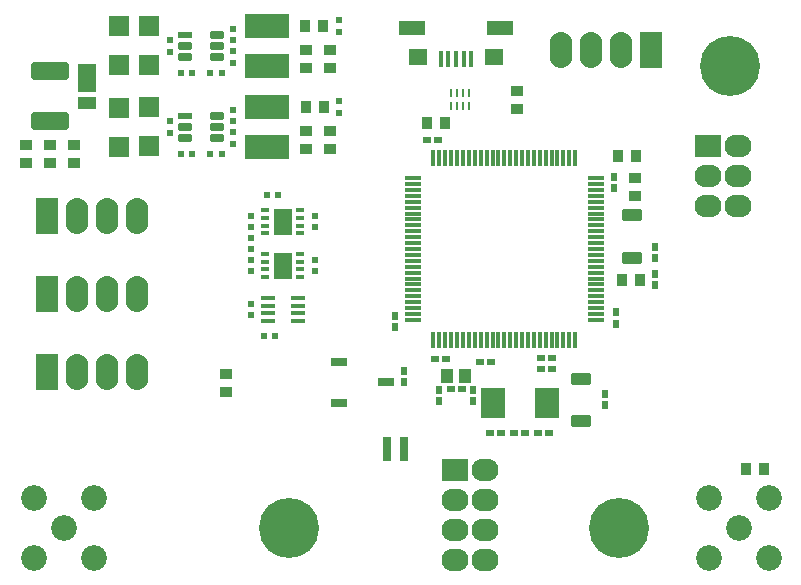
<source format=gts>
G04 ================== begin FILE IDENTIFICATION RECORD ==================*
G04 Layout Name:  C:/Users/adamf/Desktop/TDP4/PCB_fix_silkscreen/datalogger.brd*
G04 Film Name:    TOP_SOLDERMASK*
G04 File Format:  Gerber RS274X*
G04 File Origin:  Cadence Allegro -unreleased*
G04 Origin Date:  Tue Mar 23 19:20:18 2021*
G04 *
G04 Layer:  VIA CLASS/SOLDERMASK_TOP*
G04 Layer:  PIN/SOLDERMASK_TOP*
G04 Layer:  DRC ERROR CLASS/SOLDERMASK_TOP*
G04 *
G04 Offset:    (0.00 0.00)*
G04 Mirror:    No*
G04 Mode:      Positive*
G04 Rotation:  0*
G04 FullContactRelief:  No*
G04 UndefLineWidth:     6.00*
G04 ================== end FILE IDENTIFICATION RECORD ====================*
%FSLAX25Y25*MOIN*%
%IR0*IPPOS*OFA0.00000B0.00000*MIA0B0*SFA1.00000B1.00000*%
%AMMACRO14*
4,1,40,.06299,-.01969,
.06299,.01969,
.062841,.021399,
.062397,.023055,
.061672,.02461,
.060688,.026015,
.059475,.027228,
.05807,.028212,
.056515,.028937,
.054859,.029381,
.05315,.02953,
-.05315,.02953,
-.054859,.029381,
-.056515,.028937,
-.05807,.028212,
-.059475,.027228,
-.060688,.026015,
-.061672,.02461,
-.062397,.023055,
-.062841,.021399,
-.06299,.01969,
-.06299,-.01969,
-.062841,-.021399,
-.062397,-.023055,
-.061672,-.02461,
-.060688,-.026015,
-.059475,-.027228,
-.05807,-.028212,
-.056515,-.028937,
-.054859,-.029381,
-.05315,-.02953,
.05315,-.02953,
.054859,-.029381,
.056515,-.028937,
.05807,-.028212,
.059475,-.027228,
.060688,-.026015,
.061672,-.02461,
.062397,-.023055,
.062841,-.021399,
.06299,-.01969,
0.0*
%
%ADD14MACRO14*%
%AMMACRO48*
4,1,44,-.03346,.00984,
-.03346,-.00984,
-.033316,-.011549,
-.032873,-.013206,
-.032149,-.014761,
-.031166,-.016166,
-.029954,-.01738,
-.028549,-.018364,
-.026995,-.01909,
-.025339,-.019535,
-.02363,-.019685,
-.02362,-.01968,
.02362,-.01968,
.025329,-.019536,
.026986,-.019093,
.028541,-.018369,
.029946,-.017386,
.03116,-.016174,
.032144,-.014769,
.03287,-.013215,
.033315,-.011559,
.033465,-.00985,
.03346,-.00984,
.03346,.00984,
.033316,.011549,
.032873,.013206,
.032149,.014761,
.031166,.016166,
.029954,.01738,
.028549,.018364,
.026995,.01909,
.025339,.019535,
.02363,.019685,
.02362,.01968,
-.02362,.01968,
-.025329,.019536,
-.026986,.019093,
-.028541,.018369,
-.029946,.017386,
-.03116,.016174,
-.032144,.014769,
-.03287,.013215,
-.033315,.011559,
-.033465,.00985,
-.03346,.00984,
0.0*
%
%ADD48MACRO48*%
%ADD12O,.075X.12*%
%ADD13R,.075X.12*%
%AMMACRO28*
4,1,44,-.00531,-.01141,
.00531,-.01141,
.006199,-.011338,
.007061,-.011108,
.007871,-.010732,
.008602,-.01022,
.009234,-.00959,
.009747,-.008859,
.010125,-.008051,
.010356,-.007189,
.010435,-.0063,
.01043,-.00629,
.01043,.00629,
.010358,.007179,
.010128,.008041,
.009752,.008851,
.00924,.009582,
.00861,.010214,
.007879,.010727,
.007071,.011105,
.006209,.011336,
.00532,.011415,
.00531,.01141,
-.00531,.01141,
-.006199,.011338,
-.007061,.011108,
-.007871,.010732,
-.008602,.01022,
-.009234,.00959,
-.009747,.008859,
-.010125,.008051,
-.010356,.007189,
-.010435,.0063,
-.01043,.00629,
-.01043,-.00629,
-.010358,-.007179,
-.010128,-.008041,
-.009752,-.008851,
-.00924,-.009582,
-.00861,-.010214,
-.007879,-.010727,
-.007071,-.011105,
-.006209,-.011336,
-.00532,-.011415,
-.00531,-.01141,
0.0*
%
%ADD28MACRO28*%
%AMMACRO18*
4,1,44,.01141,-.00531,
.01141,.00531,
.011338,.006199,
.011108,.007061,
.010732,.007871,
.01022,.008602,
.00959,.009234,
.008859,.009747,
.008051,.010125,
.007189,.010356,
.0063,.010435,
.00629,.01043,
-.00629,.01043,
-.007179,.010358,
-.008041,.010128,
-.008851,.009752,
-.009582,.00924,
-.010214,.00861,
-.010727,.007879,
-.011105,.007071,
-.011336,.006209,
-.011415,.00532,
-.01141,.00531,
-.01141,-.00531,
-.011338,-.006199,
-.011108,-.007061,
-.010732,-.007871,
-.01022,-.008602,
-.00959,-.009234,
-.008859,-.009747,
-.008051,-.010125,
-.007189,-.010356,
-.0063,-.010435,
-.00629,-.01043,
.00629,-.01043,
.007179,-.010358,
.008041,-.010128,
.008851,-.009752,
.009582,-.00924,
.010214,-.00861,
.010727,-.007879,
.011105,-.007071,
.011336,-.006209,
.011415,-.00532,
.01141,-.00531,
0.0*
%
%ADD18MACRO18*%
%AMMACRO21*
4,1,40,-.01771,-.01181,
.01771,-.01181,
.018736,-.01172,
.019731,-.011454,
.020665,-.011018,
.021509,-.010427,
.022237,-.009699,
.022828,-.008855,
.023264,-.007921,
.02353,-.006926,
.02362,-.0059,
.02362,.0059,
.02353,.006926,
.023264,.007921,
.022828,.008855,
.022237,.009699,
.021509,.010427,
.020665,.011018,
.019731,.011454,
.018736,.01172,
.01771,.01181,
-.01771,.01181,
-.018736,.01172,
-.019731,.011454,
-.020665,.011018,
-.021509,.010427,
-.022237,.009699,
-.022828,.008855,
-.023264,.007921,
-.02353,.006926,
-.02362,.0059,
-.02362,-.0059,
-.02353,-.006926,
-.023264,-.007921,
-.022828,-.008855,
-.022237,-.009699,
-.021509,-.010427,
-.020665,-.011018,
-.019731,-.011454,
-.018736,-.01172,
-.01771,-.01181,
0.0*
%
%ADD21MACRO21*%
%ADD10C,.08583*%
%ADD46R,.07874X.10236*%
%AMMACRO35*
4,1,44,-.00787,-.01141,
.00787,-.01141,
.008896,-.011325,
.009891,-.011059,
.010825,-.010623,
.011669,-.010032,
.012397,-.009304,
.012988,-.00846,
.013424,-.007526,
.01369,-.006531,
.01378,-.005505,
.01378,-.0055,
.01378,.0055,
.013691,.006526,
.013425,.007522,
.012991,.008456,
.012401,.0093,
.011673,.010029,
.010829,.010621,
.009896,.011057,
.008901,.011324,
.007875,.011415,
.00787,.01141,
-.00787,.01141,
-.008896,.011325,
-.009891,.011059,
-.010825,.010623,
-.011669,.010032,
-.012397,.009304,
-.012988,.00846,
-.013424,.007526,
-.01369,.006531,
-.01378,.005505,
-.01378,.0055,
-.01378,-.0055,
-.013691,-.006526,
-.013425,-.007522,
-.012991,-.008456,
-.012401,-.0093,
-.011673,-.010029,
-.010829,-.010621,
-.009896,-.011057,
-.008901,-.011324,
-.007875,-.011415,
-.00787,-.01141,
0.0*
%
%ADD35MACRO35*%
%AMMACRO33*
4,1,44,.01141,-.00787,
.01141,.00787,
.011325,.008896,
.011059,.009891,
.010623,.010825,
.010032,.011669,
.009304,.012397,
.00846,.012988,
.007526,.013424,
.006531,.01369,
.005505,.01378,
.0055,.01378,
-.0055,.01378,
-.006526,.013691,
-.007522,.013425,
-.008456,.012991,
-.0093,.012401,
-.010029,.011673,
-.010621,.010829,
-.011057,.009896,
-.011324,.008901,
-.011415,.007875,
-.01141,.00787,
-.01141,-.00787,
-.011325,-.008896,
-.011059,-.009891,
-.010623,-.010825,
-.010032,-.011669,
-.009304,-.012397,
-.00846,-.012988,
-.007526,-.013424,
-.006531,-.01369,
-.005505,-.01378,
-.0055,-.01378,
.0055,-.01378,
.006526,-.013691,
.007522,-.013425,
.008456,-.012991,
.0093,-.012401,
.010029,-.011673,
.010621,-.010829,
.011057,-.009896,
.011324,-.008901,
.011415,-.007875,
.01141,-.00787,
0.0*
%
%ADD33MACRO33*%
%ADD44R,.00787X.02756*%
%AMMACRO27*
4,1,44,-.01339,.0063,
.01339,.0063,
.013663,.006276,
.013928,.006204,
.014176,.006088,
.0144,.00593,
.014594,.005736,
.014751,.005511,
.014866,.005263,
.014937,.004998,
.01496,.004725,
.01496,.00472,
.01496,-.00472,
.014937,-.004993,
.014868,-.005258,
.014753,-.005507,
.014597,-.005733,
.014404,-.005927,
.01418,-.006086,
.013932,-.006203,
.013668,-.006275,
.013395,-.0063,
.01339,-.0063,
-.01339,-.0063,
-.013663,-.006276,
-.013928,-.006204,
-.014176,-.006088,
-.0144,-.00593,
-.014594,-.005736,
-.014751,-.005511,
-.014866,-.005263,
-.014937,-.004998,
-.01496,-.004725,
-.01496,-.00472,
-.01496,.00472,
-.014937,.004993,
-.014868,.005258,
-.014753,.005507,
-.014597,.005733,
-.014404,.005927,
-.01418,.006086,
-.013932,.006203,
-.013668,.006275,
-.013395,.0063,
-.01339,.0063,
0.0*
%
%ADD27MACRO27*%
%ADD29R,.14567X.07874*%
%AMMACRO47*
4,1,44,.03346,-.00984,
.03346,.00984,
.033316,.011549,
.032873,.013206,
.032149,.014761,
.031166,.016166,
.029954,.01738,
.028549,.018364,
.026995,.01909,
.025339,.019535,
.02363,.019685,
.02362,.01968,
-.02362,.01968,
-.025329,.019536,
-.026986,.019093,
-.028541,.018369,
-.029946,.017386,
-.03116,.016174,
-.032144,.014769,
-.03287,.013215,
-.033315,.011559,
-.033465,.00985,
-.03346,.00984,
-.03346,-.00984,
-.033316,-.011549,
-.032873,-.013206,
-.032149,-.014761,
-.031166,-.016166,
-.029954,-.01738,
-.028549,-.018364,
-.026995,-.01909,
-.025339,-.019535,
-.02363,-.019685,
-.02362,-.01968,
.02362,-.01968,
.025329,-.019536,
.026986,-.019093,
.028541,-.018369,
.029946,-.017386,
.03116,-.016174,
.032144,-.014769,
.03287,-.013215,
.033315,-.011559,
.033465,-.00985,
.03346,-.00984,
0.0*
%
%ADD47MACRO47*%
%ADD23C,.2*%
%ADD30R,.037X.043*%
%ADD11R,.043X.037*%
%ADD38O,.09X.075*%
%ADD39R,.09X.075*%
%ADD31R,.05512X.0315*%
%ADD15R,.065X.065*%
%AMMACRO25*
4,1,44,-.01141,.00531,
-.01141,-.00531,
-.011338,-.006199,
-.011108,-.007061,
-.010732,-.007871,
-.01022,-.008602,
-.00959,-.009234,
-.008859,-.009747,
-.008051,-.010125,
-.007189,-.010356,
-.0063,-.010435,
-.00629,-.01043,
.00629,-.01043,
.007179,-.010358,
.008041,-.010128,
.008851,-.009752,
.009582,-.00924,
.010214,-.00861,
.010727,-.007879,
.011105,-.007071,
.011336,-.006209,
.011415,-.00532,
.01141,-.00531,
.01141,.00531,
.011338,.006199,
.011108,.007061,
.010732,.007871,
.01022,.008602,
.00959,.009234,
.008859,.009747,
.008051,.010125,
.007189,.010356,
.0063,.010435,
.00629,.01043,
-.00629,.01043,
-.007179,.010358,
-.008041,.010128,
-.008851,.009752,
-.009582,.00924,
-.010214,.00861,
-.010727,.007879,
-.011105,.007071,
-.011336,.006209,
-.011415,.00532,
-.01141,.00531,
0.0*
%
%ADD25MACRO25*%
%ADD34R,.05807X.01181*%
%ADD22R,.04724X.02362*%
%AMMACRO19*
4,1,44,.00531,.01141,
-.00531,.01141,
-.006199,.011338,
-.007061,.011108,
-.007871,.010732,
-.008602,.01022,
-.009234,.00959,
-.009747,.008859,
-.010125,.008051,
-.010356,.007189,
-.010435,.0063,
-.01043,.00629,
-.01043,-.00629,
-.010358,-.007179,
-.010128,-.008041,
-.009752,-.008851,
-.00924,-.009582,
-.00861,-.010214,
-.007879,-.010727,
-.007071,-.011105,
-.006209,-.011336,
-.00532,-.011415,
-.00531,-.01141,
.00531,-.01141,
.006199,-.011338,
.007061,-.011108,
.007871,-.010732,
.008602,-.01022,
.009234,-.00959,
.009747,-.008859,
.010125,-.008051,
.010356,-.007189,
.010435,-.0063,
.01043,-.00629,
.01043,.00629,
.010358,.007179,
.010128,.008041,
.009752,.008851,
.00924,.009582,
.00861,.010214,
.007879,.010727,
.007071,.011105,
.006209,.011336,
.00532,.011415,
.00531,.01141,
0.0*
%
%ADD19MACRO19*%
%ADD43R,.01181X.05807*%
%ADD16R,.05906X.04134*%
%ADD45R,.01575X.05315*%
%ADD24R,.04724X.01772*%
%ADD37R,.09055X.05118*%
%AMMACRO20*
4,1,40,.01771,.01181,
-.01771,.01181,
-.018736,.01172,
-.019731,.011454,
-.020665,.011018,
-.021509,.010427,
-.022237,.009699,
-.022828,.008855,
-.023264,.007921,
-.02353,.006926,
-.02362,.0059,
-.02362,-.0059,
-.02353,-.006926,
-.023264,-.007921,
-.022828,-.008855,
-.022237,-.009699,
-.021509,-.010427,
-.020665,-.011018,
-.019731,-.011454,
-.018736,-.01172,
-.01771,-.01181,
.01771,-.01181,
.018736,-.01172,
.019731,-.011454,
.020665,-.011018,
.021509,-.010427,
.022237,-.009699,
.022828,-.008855,
.023264,-.007921,
.02353,-.006926,
.02362,-.0059,
.02362,.0059,
.02353,.006926,
.023264,.007921,
.022828,.008855,
.022237,.009699,
.021509,.010427,
.020665,.011018,
.019731,.011454,
.018736,.01172,
.01771,.01181,
0.0*
%
%ADD20MACRO20*%
%ADD42R,.03937X.04921*%
%AMMACRO41*
4,1,44,-.01141,.00787,
-.01141,-.00787,
-.011325,-.008896,
-.011059,-.009891,
-.010623,-.010825,
-.010032,-.011669,
-.009304,-.012397,
-.00846,-.012988,
-.007526,-.013424,
-.006531,-.01369,
-.005505,-.01378,
-.0055,-.01378,
.0055,-.01378,
.006526,-.013691,
.007522,-.013425,
.008456,-.012991,
.0093,-.012401,
.010029,-.011673,
.010621,-.010829,
.011057,-.009896,
.011324,-.008901,
.011415,-.007875,
.01141,-.00787,
.01141,.00787,
.011325,.008896,
.011059,.009891,
.010623,.010825,
.010032,.011669,
.009304,.012397,
.00846,.012988,
.007526,.013424,
.006531,.01369,
.005505,.01378,
.0055,.01378,
-.0055,.01378,
-.006526,.013691,
-.007522,.013425,
-.008456,.012991,
-.0093,.012401,
-.010029,.011673,
-.010621,.010829,
-.011057,.009896,
-.011324,.008901,
-.011415,.007875,
-.01141,.00787,
0.0*
%
%ADD41MACRO41*%
%ADD36R,.06299X.05512*%
%ADD26R,.05906X.09055*%
%AMMACRO40*
4,1,44,.00787,.01141,
-.00787,.01141,
-.008896,.011325,
-.009891,.011059,
-.010825,.010623,
-.011669,.010032,
-.012397,.009304,
-.012988,.00846,
-.013424,.007526,
-.01369,.006531,
-.01378,.005505,
-.01378,.0055,
-.01378,-.0055,
-.013691,-.006526,
-.013425,-.007522,
-.012991,-.008456,
-.012401,-.0093,
-.011673,-.010029,
-.010829,-.010621,
-.009896,-.011057,
-.008901,-.011324,
-.007875,-.011415,
-.00787,-.01141,
.00787,-.01141,
.008896,-.011325,
.009891,-.011059,
.010825,-.010623,
.011669,-.010032,
.012397,-.009304,
.012988,-.00846,
.013424,-.007526,
.01369,-.006531,
.01378,-.005505,
.01378,-.0055,
.01378,.0055,
.013691,.006526,
.013425,.007522,
.012991,.008456,
.012401,.0093,
.011673,.010029,
.010829,.010621,
.009896,.011057,
.008901,.011324,
.007875,.011415,
.00787,.01141,
0.0*
%
%ADD40MACRO40*%
%ADD32R,.02756X.07874*%
%ADD17R,.05906X.09449*%
%LPD*%
G75*
G54D10*
X-133000Y-93900D03*
Y-73900D03*
X-123000Y-83900D03*
X-113000Y-93900D03*
Y-73900D03*
X92000Y-93900D03*
Y-73900D03*
X112000Y-93900D03*
Y-73900D03*
X102000Y-83900D03*
G54D20*
X-71985Y53540D03*
Y49800D03*
Y46060D03*
Y73060D03*
Y80540D03*
Y76800D03*
G54D11*
X-135900Y37713D03*
Y43713D03*
X-127900Y37713D03*
X-119900D03*
X-127900Y43713D03*
X-119900D03*
X-69000Y-38600D03*
Y-32600D03*
X-42475Y42468D03*
Y48468D03*
X-34475Y42468D03*
Y48468D03*
X-42475Y69468D03*
X-34475D03*
X-42475Y75468D03*
X-34475D03*
X27853Y55765D03*
Y61765D03*
X67200Y26800D03*
Y32800D03*
G54D30*
X-42500Y56468D03*
X-36500D03*
X-42700Y83475D03*
X-36700D03*
X-2000Y51100D03*
X4000D03*
X62900Y-1100D03*
X61700Y40000D03*
X68900Y-1100D03*
X67700Y40000D03*
X104400Y-64100D03*
X110400D03*
G54D21*
X-82615Y46060D03*
Y49800D03*
Y73060D03*
Y76800D03*
G54D12*
X-118600Y-31800D03*
Y-5800D03*
Y20200D03*
X-98600Y-31800D03*
X-108600D03*
X-98600Y-5800D03*
X-108600D03*
X-98600Y20200D03*
X-108600D03*
X42700Y75457D03*
X52700D03*
X62700D03*
G54D40*
X4250Y-27600D03*
X550D03*
X15650Y-28500D03*
X9500Y-37700D03*
X5800D03*
X30750Y-52300D03*
X27050D03*
X22750D03*
X19050D03*
X19350Y-28500D03*
X39550Y-27200D03*
X35850D03*
X39550Y-30800D03*
X35850D03*
G54D22*
X-82615Y53540D03*
Y80540D03*
G54D31*
X-31574Y-42190D03*
Y-28410D03*
X-15826Y-35300D03*
G54D13*
X-128600Y-31800D03*
Y-5800D03*
Y20200D03*
X72700Y75457D03*
G54D32*
X-9600Y-57500D03*
X-15506D03*
G54D41*
X13300Y-37900D03*
Y-41600D03*
X2000Y-37900D03*
Y-41600D03*
X60900Y-12050D03*
Y-15750D03*
X60300Y33250D03*
Y29550D03*
X74000Y6050D03*
Y9750D03*
G54D23*
X-48000Y-83900D03*
X62000D03*
X99000Y70000D03*
G54D14*
X-127900Y51713D03*
Y68287D03*
G54D42*
X10606Y-33200D03*
X4700D03*
G54D24*
X-55021Y-14939D03*
Y-12380D03*
Y-9820D03*
Y-7261D03*
X-45179Y-9820D03*
Y-12380D03*
Y-14939D03*
Y-7261D03*
G54D15*
X-104600Y56100D03*
Y43100D03*
Y70500D03*
Y83500D03*
X-94600Y43500D03*
Y56500D03*
Y70500D03*
Y83500D03*
G54D33*
X-9900Y-35250D03*
Y-31550D03*
X-12700Y-16850D03*
Y-13150D03*
X57100Y-43050D03*
Y-39350D03*
X74000Y-2950D03*
Y750D03*
G54D16*
X-115300Y57709D03*
G54D43*
X13857Y-21365D03*
X11889D03*
X9920D03*
X7952D03*
X5983D03*
X4015D03*
X2046D03*
X78D03*
Y39565D03*
X2046D03*
X4015D03*
X5983D03*
X7952D03*
X9920D03*
X11889D03*
X13857D03*
X31574Y-21365D03*
X29606D03*
X27637D03*
X25669D03*
X23700D03*
X21731D03*
X19763D03*
X17794D03*
X15826D03*
Y39565D03*
X17794D03*
X19763D03*
X21731D03*
X23700D03*
X25669D03*
X27637D03*
X29606D03*
X31574D03*
X47322Y-21365D03*
X45354D03*
X43385D03*
X41417D03*
X39448D03*
X37480D03*
X35511D03*
X33543D03*
Y39565D03*
X35511D03*
X37480D03*
X39448D03*
X41417D03*
X43385D03*
X45354D03*
X47322D03*
G54D34*
X-6765Y-14522D03*
Y-12554D03*
Y-10585D03*
Y-8617D03*
Y-6648D03*
Y-4680D03*
Y-2711D03*
Y-743D03*
Y1226D03*
Y3194D03*
Y5163D03*
Y7131D03*
Y9100D03*
Y11069D03*
Y13037D03*
Y15006D03*
Y16974D03*
Y18943D03*
Y20911D03*
Y22880D03*
Y24848D03*
Y26817D03*
Y28785D03*
Y30754D03*
Y32722D03*
X54165Y-10585D03*
Y-12554D03*
Y-14522D03*
Y7131D03*
Y5163D03*
Y3194D03*
Y1226D03*
Y-743D03*
Y-2711D03*
Y-4680D03*
Y-6648D03*
Y-8617D03*
Y22880D03*
Y20911D03*
Y18943D03*
Y16974D03*
Y15006D03*
Y13037D03*
Y11069D03*
Y9100D03*
Y32722D03*
Y30754D03*
Y28785D03*
Y26817D03*
Y24848D03*
G54D25*
X-60700Y5509D03*
Y1691D03*
Y20109D03*
Y16291D03*
X-31500Y54559D03*
Y58377D03*
Y85377D03*
Y81559D03*
G54D17*
X-115300Y66253D03*
G54D26*
X-50100Y3600D03*
Y18200D03*
G54D44*
X11853Y56835D03*
X9884D03*
X7916D03*
X5947D03*
Y61165D03*
X7916D03*
X9884D03*
X11853D03*
G54D35*
X-2150Y45600D03*
X1550D03*
X35050Y-52300D03*
X38750D03*
G54D36*
X-4998Y73146D03*
X20198D03*
G54D45*
X2482Y72358D03*
X5041D03*
X7600D03*
X10159D03*
X12718D03*
G54D27*
X-55946Y-239D03*
Y2320D03*
Y4880D03*
Y7439D03*
Y14361D03*
Y16920D03*
Y19480D03*
Y22039D03*
X-44254Y4880D03*
Y2320D03*
Y-239D03*
Y7439D03*
Y22039D03*
Y19480D03*
Y16920D03*
Y14361D03*
G54D18*
X-87800Y47891D03*
Y51709D03*
Y74891D03*
Y78709D03*
X-60700Y-12909D03*
Y-9091D03*
Y8991D03*
Y12809D03*
X-66785Y51631D03*
Y55449D03*
Y44151D03*
Y47969D03*
Y71151D03*
Y78631D03*
Y82449D03*
Y74969D03*
X-39500Y1691D03*
Y5509D03*
Y16291D03*
Y20109D03*
G54D37*
X-7164Y82791D03*
X22364D03*
G54D19*
X-80306Y40860D03*
X-84124D03*
X-70476D03*
X-74294D03*
X-80306Y67860D03*
X-84124D03*
X-70476D03*
X-74294D03*
X-52691Y-20000D03*
X-56509D03*
G54D46*
X19845Y-42300D03*
X37955D03*
G54D28*
X-55418Y27200D03*
X-51600D03*
G54D38*
X17400Y-94500D03*
X7400D03*
X17400Y-84500D03*
X7400D03*
X17400Y-74500D03*
X7400D03*
X17400Y-64500D03*
X101600Y23500D03*
X91600D03*
X101600Y33500D03*
X91600D03*
X101600Y43500D03*
G54D47*
X49100Y-48287D03*
X66100Y6113D03*
G54D29*
X-55500Y43107D03*
Y56493D03*
Y70107D03*
Y83493D03*
G54D39*
X7400Y-64500D03*
X91600Y43500D03*
G54D48*
X49100Y-34113D03*
X66100Y20287D03*
M02*

</source>
